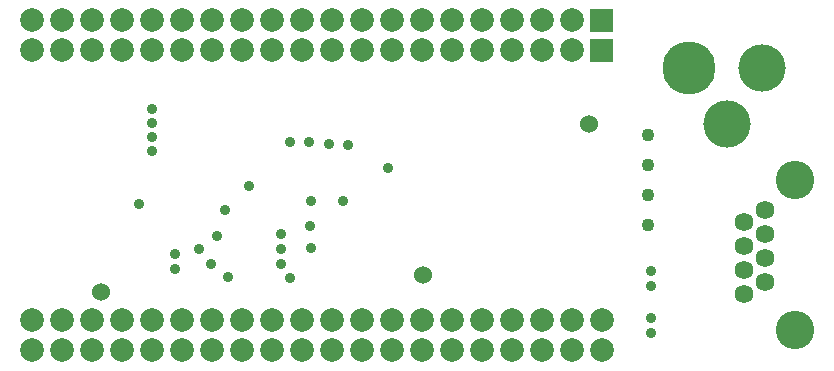
<source format=gbr>
G04 start of page 5 for group 3 idx 3 *
G04 Title: (unknown), signal3 *
G04 Creator: pcb 20140316 *
G04 CreationDate: jeu. 05 févr. 2015 15:41:37 GMT UTC *
G04 For: clement *
G04 Format: Gerber/RS-274X *
G04 PCB-Dimensions (mil): 3287.40 1358.27 *
G04 PCB-Coordinate-Origin: lower left *
%MOIN*%
%FSLAX25Y25*%
%LNGROUP3*%
%ADD91C,0.0350*%
%ADD90C,0.0217*%
%ADD89C,0.1181*%
%ADD88C,0.1378*%
%ADD87C,0.0354*%
%ADD86C,0.0350*%
%ADD85C,0.0200*%
%ADD84C,0.0600*%
%ADD83C,0.0360*%
%ADD82C,0.1280*%
%ADD81C,0.0626*%
%ADD80C,0.0001*%
%ADD79C,0.0433*%
%ADD78C,0.1575*%
%ADD77C,0.1772*%
%ADD76C,0.0787*%
G54D76*X211575Y112205D03*
X201575D03*
X191575D03*
X181575D03*
X171575D03*
X161575D03*
X151575D03*
X141575D03*
X131575D03*
X121575D03*
X111575D03*
X101575D03*
X91575D03*
X81575D03*
X71575D03*
X61575D03*
X51575D03*
X231575Y122205D03*
X221575D03*
X211575D03*
X201575D03*
X191575D03*
X181575D03*
X171575D03*
X161575D03*
X151575D03*
X141575D03*
X131575D03*
X121575D03*
X111575D03*
X101575D03*
X91575D03*
X81575D03*
X71575D03*
X61575D03*
X51575D03*
G54D77*X270669Y106299D03*
G54D78*X283268Y87795D03*
X295079Y106299D03*
G54D79*X256890Y83898D03*
G54D80*G36*
X237638Y116142D02*Y108268D01*
X245512D01*
Y116142D01*
X237638D01*
G37*
G54D76*X231575Y112205D03*
X221575D03*
G54D80*G36*
X237638Y126142D02*Y118268D01*
X245512D01*
Y126142D01*
X237638D01*
G37*
G54D81*X296102Y59094D03*
X289094Y55079D03*
X296102Y51063D03*
X289094Y47047D03*
G54D82*X306102Y69094D03*
G54D81*X296102Y43031D03*
G54D79*X256890Y53898D03*
Y63898D03*
Y73898D03*
G54D81*X289094Y39016D03*
X296102Y35000D03*
G54D82*X306102Y19094D03*
G54D81*X289094Y30984D03*
G54D76*X51575Y22205D03*
X61575D03*
X51575Y12205D03*
X61575D03*
X101575Y22205D03*
X111575D03*
X121575D03*
X131575D03*
X141575D03*
X151575D03*
X161575D03*
X171575D03*
X181575D03*
X191575D03*
X201575D03*
X211575D03*
X221575D03*
X231575D03*
X241575D03*
X71575D03*
X81575D03*
X91575D03*
X71575Y12205D03*
X81575D03*
X91575D03*
X101575D03*
X111575D03*
X121575D03*
X131575D03*
X141575D03*
X151575D03*
X161575D03*
X171575D03*
X181575D03*
X191575D03*
X201575D03*
X211575D03*
X221575D03*
X231575D03*
X241575D03*
G54D83*X144488Y53740D03*
X137795Y36417D03*
X144685Y46260D03*
X134843Y50886D03*
Y45965D03*
Y41043D03*
X257874Y38583D03*
G54D84*X182087Y37402D03*
G54D83*X257874Y33661D03*
Y22835D03*
Y17913D03*
X137795Y81693D03*
X157087Y80512D03*
X144094Y81693D03*
X150787Y80906D03*
X124016Y66929D03*
X170472Y73031D03*
G54D84*X237205Y87598D03*
G54D83*X144685Y62008D03*
X155512D03*
X87402Y60827D03*
X91732Y78543D03*
Y83268D03*
G54D84*X74803Y31496D03*
G54D83*X91732Y92717D03*
Y87992D03*
X99409Y44291D03*
X107283Y45965D03*
X99409Y39370D03*
X111220Y41043D03*
X116142Y59055D03*
X113189Y50197D03*
X116929Y36614D03*
G54D85*G54D86*G54D85*G54D86*G54D85*G54D86*G54D85*G54D87*G54D88*G54D89*G54D90*G54D87*G54D91*G54D82*G54D91*G54D90*G54D91*G54D82*G54D91*G54D87*M02*

</source>
